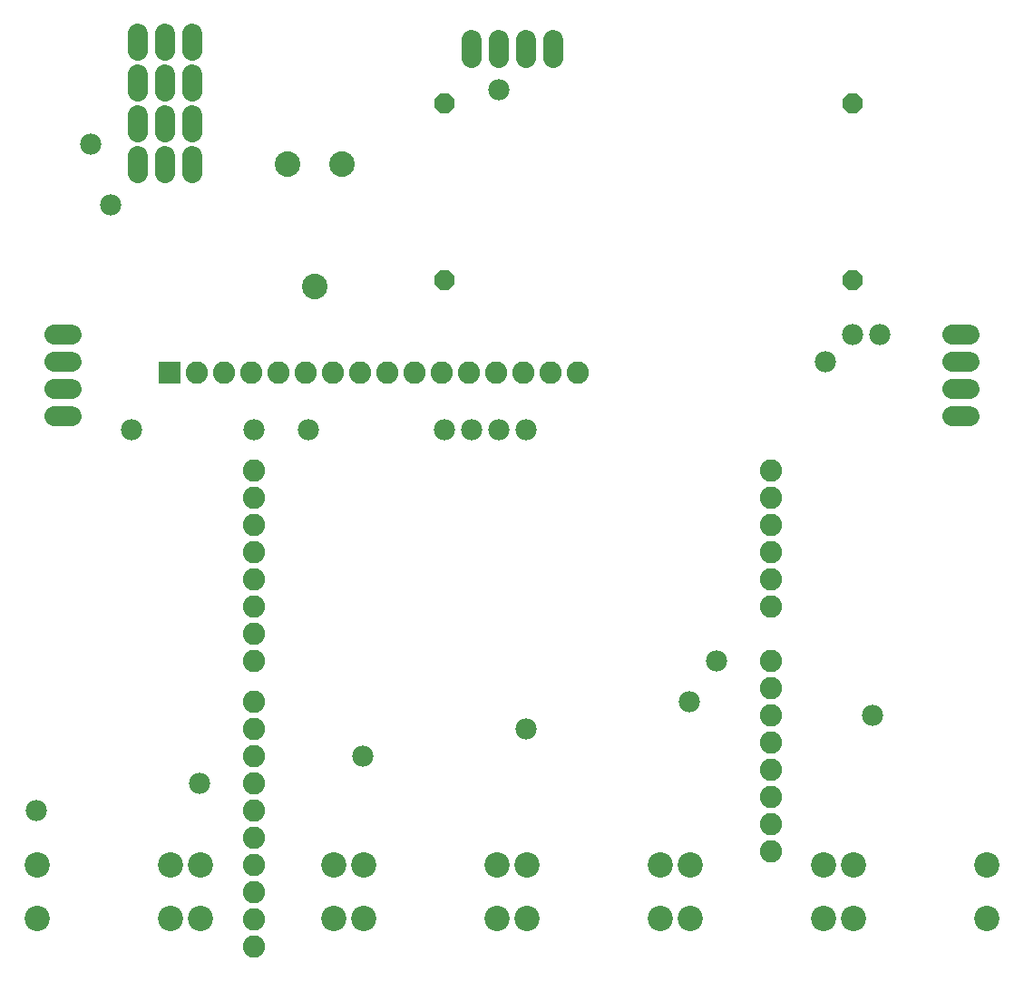
<source format=gbs>
G75*
%MOIN*%
%OFA0B0*%
%FSLAX24Y24*%
%IPPOS*%
%LPD*%
%AMOC8*
5,1,8,0,0,1.08239X$1,22.5*
%
%ADD10C,0.0820*%
%ADD11C,0.0720*%
%ADD12OC8,0.0720*%
%ADD13R,0.0820X0.0820*%
%ADD14C,0.0930*%
%ADD15C,0.0940*%
%ADD16C,0.0780*%
D10*
X022260Y018893D03*
X022260Y019893D03*
X022260Y020893D03*
X022260Y021893D03*
X022260Y022893D03*
X022260Y023893D03*
X022260Y024893D03*
X022260Y025893D03*
X022260Y026893D03*
X022260Y027893D03*
X022260Y029393D03*
X022260Y030393D03*
X022260Y031393D03*
X022260Y032393D03*
X022260Y033393D03*
X022260Y034393D03*
X022260Y035393D03*
X022260Y036393D03*
X022161Y039996D03*
X021161Y039996D03*
X020161Y039996D03*
X023161Y039996D03*
X024161Y039996D03*
X025161Y039996D03*
X026161Y039996D03*
X027161Y039996D03*
X028161Y039996D03*
X029161Y039996D03*
X030161Y039996D03*
X031161Y039996D03*
X032161Y039996D03*
X033161Y039996D03*
X034161Y039996D03*
X041260Y036393D03*
X041260Y035393D03*
X041260Y034393D03*
X041260Y033393D03*
X041260Y032393D03*
X041260Y031393D03*
X041260Y029393D03*
X041260Y028393D03*
X041260Y027393D03*
X041260Y026393D03*
X041260Y025393D03*
X041260Y024393D03*
X041260Y023393D03*
X041260Y022393D03*
D11*
X047940Y038393D02*
X048580Y038393D01*
X048580Y039393D02*
X047940Y039393D01*
X047940Y040393D02*
X048580Y040393D01*
X048580Y041393D02*
X047940Y041393D01*
X033260Y051573D02*
X033260Y052213D01*
X032260Y052213D02*
X032260Y051573D01*
X031260Y051573D02*
X031260Y052213D01*
X030260Y052213D02*
X030260Y051573D01*
X020010Y051823D02*
X020010Y052463D01*
X019010Y052463D02*
X019010Y051823D01*
X018010Y051823D02*
X018010Y052463D01*
X018010Y050963D02*
X018010Y050323D01*
X018010Y049463D02*
X018010Y048823D01*
X019010Y048823D02*
X019010Y049463D01*
X019010Y050323D02*
X019010Y050963D01*
X020010Y050963D02*
X020010Y050323D01*
X020010Y049463D02*
X020010Y048823D01*
X020010Y047963D02*
X020010Y047323D01*
X019010Y047323D02*
X019010Y047963D01*
X018010Y047963D02*
X018010Y047323D01*
X015580Y041393D02*
X014940Y041393D01*
X014940Y040393D02*
X015580Y040393D01*
X015580Y039393D02*
X014940Y039393D01*
X014940Y038393D02*
X015580Y038393D01*
D12*
X029260Y043393D03*
X029260Y049893D03*
X044260Y049893D03*
X044260Y043393D03*
D13*
X019161Y039996D03*
D14*
X014299Y019909D03*
X014299Y021878D03*
X019220Y021878D03*
X020299Y021878D03*
X020299Y019909D03*
X019220Y019909D03*
X025220Y019909D03*
X026299Y019909D03*
X026299Y021878D03*
X025220Y021878D03*
X031220Y021878D03*
X032299Y021878D03*
X032299Y019909D03*
X031220Y019909D03*
X037220Y019909D03*
X038299Y019909D03*
X038299Y021878D03*
X037220Y021878D03*
X043220Y021878D03*
X044299Y021878D03*
X044299Y019909D03*
X043220Y019909D03*
X049220Y019909D03*
X049220Y021878D03*
D15*
X025510Y047643D03*
X023510Y047643D03*
X024510Y043143D03*
D16*
X024260Y037893D03*
X022260Y037893D03*
X017760Y037893D03*
X017010Y046143D03*
X016260Y048393D03*
X029260Y037893D03*
X030260Y037893D03*
X031260Y037893D03*
X032260Y037893D03*
X039260Y029393D03*
X038260Y027893D03*
X032260Y026893D03*
X026260Y025893D03*
X020260Y024893D03*
X014260Y023893D03*
X031260Y050393D03*
X043260Y040393D03*
X044260Y041393D03*
X045260Y041393D03*
X045010Y027393D03*
M02*

</source>
